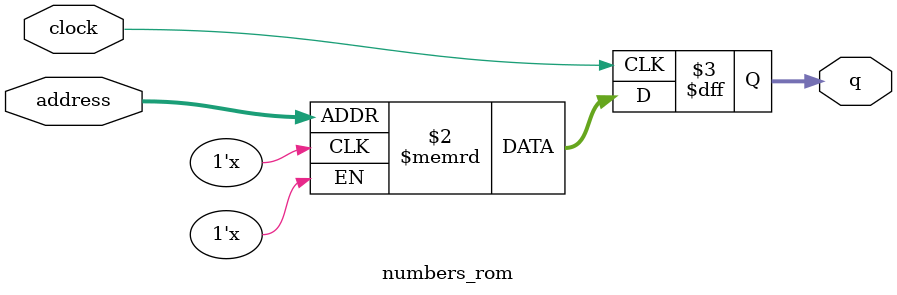
<source format=sv>
module numbers_rom (
	input logic clock,
	input logic [10:0] address,
	output logic [2:0] q
);

logic [2:0] memory [0:1279] /* synthesis ram_init_file = "./numbers/numbers.COE" */;

always_ff @ (posedge clock) begin
	q <= memory[address];
end

endmodule

</source>
